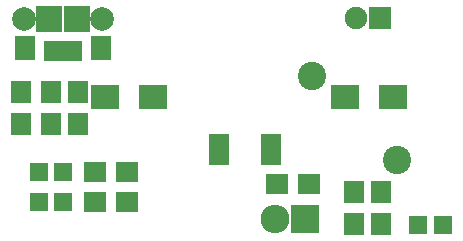
<source format=gbr>
G04 #@! TF.FileFunction,Soldermask,Top*
%FSLAX46Y46*%
G04 Gerber Fmt 4.6, Leading zero omitted, Abs format (unit mm)*
G04 Created by KiCad (PCBNEW 4.0.2-4+6225~38~ubuntu14.04.1-stable) date Sat 05 Mar 2016 03:44:27 PM PST*
%MOMM*%
G01*
G04 APERTURE LIST*
%ADD10C,0.100000*%
%ADD11R,1.800000X2.000000*%
%ADD12R,0.800000X1.750000*%
%ADD13R,2.300000X2.300000*%
%ADD14C,2.000000*%
%ADD15R,2.400000X2.000000*%
%ADD16R,1.598880X1.598880*%
%ADD17R,1.900000X1.700000*%
%ADD18R,1.700000X1.900000*%
%ADD19R,1.800000X0.700000*%
%ADD20R,2.432000X2.432000*%
%ADD21O,2.432000X2.432000*%
%ADD22R,1.900000X1.900000*%
%ADD23O,1.900000X1.900000*%
%ADD24C,2.398980*%
G04 APERTURE END LIST*
D10*
D11*
X138786000Y-83476000D03*
D12*
X143286900Y-83701000D03*
X142636900Y-83701000D03*
X141986000Y-83701000D03*
X141336900Y-83701000D03*
X140686900Y-83701000D03*
D11*
X145186000Y-83476000D03*
D13*
X140786000Y-81026000D03*
X143186000Y-81026000D03*
D14*
X138686000Y-81026000D03*
X145286000Y-81026000D03*
D15*
X145574000Y-87630000D03*
X149574000Y-87630000D03*
X169894000Y-87630000D03*
X165894000Y-87630000D03*
D16*
X174150020Y-98425000D03*
X172051980Y-98425000D03*
X139920980Y-96520000D03*
X142019020Y-96520000D03*
X139920980Y-93980000D03*
X142019020Y-93980000D03*
D17*
X147400000Y-93980000D03*
X144700000Y-93980000D03*
X147400000Y-96520000D03*
X144700000Y-96520000D03*
D18*
X168910000Y-95678000D03*
X168910000Y-98378000D03*
X166624000Y-95678000D03*
X166624000Y-98378000D03*
D17*
X160067000Y-94996000D03*
X162767000Y-94996000D03*
D18*
X138430000Y-89869000D03*
X138430000Y-87169000D03*
X140970000Y-89869000D03*
X140970000Y-87169000D03*
X143256000Y-89869000D03*
X143256000Y-87169000D03*
D19*
X155153000Y-91075000D03*
X155153000Y-91575000D03*
X155153000Y-92075000D03*
X155153000Y-92575000D03*
X155153000Y-93075000D03*
X159553000Y-93075000D03*
X159553000Y-92575000D03*
X159553000Y-92075000D03*
X159553000Y-91575000D03*
X159553000Y-91075000D03*
D20*
X162433000Y-97917000D03*
D21*
X159893000Y-97917000D03*
D22*
X168813900Y-80907000D03*
D23*
X166813900Y-80907000D03*
D24*
X163073500Y-85809200D03*
X170257705Y-92993405D03*
M02*

</source>
